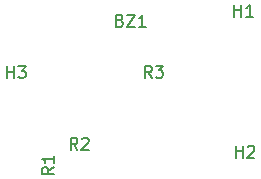
<source format=gbr>
%TF.GenerationSoftware,KiCad,Pcbnew,5.1.10*%
%TF.CreationDate,2021-07-19T16:22:53-07:00*%
%TF.ProjectId,dogbone,646f6762-6f6e-4652-9e6b-696361645f70,rev?*%
%TF.SameCoordinates,Original*%
%TF.FileFunction,Legend,Top*%
%TF.FilePolarity,Positive*%
%FSLAX46Y46*%
G04 Gerber Fmt 4.6, Leading zero omitted, Abs format (unit mm)*
G04 Created by KiCad (PCBNEW 5.1.10) date 2021-07-19 16:22:53*
%MOMM*%
%LPD*%
G01*
G04 APERTURE LIST*
%ADD10C,0.150000*%
G04 APERTURE END LIST*
%TO.C,R3*%
D10*
X58342233Y-88564980D02*
X58008900Y-88088790D01*
X57770804Y-88564980D02*
X57770804Y-87564980D01*
X58151757Y-87564980D01*
X58246995Y-87612600D01*
X58294614Y-87660219D01*
X58342233Y-87755457D01*
X58342233Y-87898314D01*
X58294614Y-87993552D01*
X58246995Y-88041171D01*
X58151757Y-88088790D01*
X57770804Y-88088790D01*
X58675566Y-87564980D02*
X59294614Y-87564980D01*
X58961280Y-87945933D01*
X59104138Y-87945933D01*
X59199376Y-87993552D01*
X59246995Y-88041171D01*
X59294614Y-88136409D01*
X59294614Y-88374504D01*
X59246995Y-88469742D01*
X59199376Y-88517361D01*
X59104138Y-88564980D01*
X58818423Y-88564980D01*
X58723185Y-88517361D01*
X58675566Y-88469742D01*
%TO.C,R2*%
X52055733Y-94660980D02*
X51722400Y-94184790D01*
X51484304Y-94660980D02*
X51484304Y-93660980D01*
X51865257Y-93660980D01*
X51960495Y-93708600D01*
X52008114Y-93756219D01*
X52055733Y-93851457D01*
X52055733Y-93994314D01*
X52008114Y-94089552D01*
X51960495Y-94137171D01*
X51865257Y-94184790D01*
X51484304Y-94184790D01*
X52436685Y-93756219D02*
X52484304Y-93708600D01*
X52579542Y-93660980D01*
X52817638Y-93660980D01*
X52912876Y-93708600D01*
X52960495Y-93756219D01*
X53008114Y-93851457D01*
X53008114Y-93946695D01*
X52960495Y-94089552D01*
X52389066Y-94660980D01*
X53008114Y-94660980D01*
%TO.C,R1*%
X50063280Y-96131266D02*
X49587090Y-96464600D01*
X50063280Y-96702695D02*
X49063280Y-96702695D01*
X49063280Y-96321742D01*
X49110900Y-96226504D01*
X49158519Y-96178885D01*
X49253757Y-96131266D01*
X49396614Y-96131266D01*
X49491852Y-96178885D01*
X49539471Y-96226504D01*
X49587090Y-96321742D01*
X49587090Y-96702695D01*
X50063280Y-95178885D02*
X50063280Y-95750314D01*
X50063280Y-95464600D02*
X49063280Y-95464600D01*
X49206138Y-95559838D01*
X49301376Y-95655076D01*
X49348995Y-95750314D01*
%TO.C,BZ1*%
X55675447Y-83715171D02*
X55818304Y-83762790D01*
X55865923Y-83810409D01*
X55913542Y-83905647D01*
X55913542Y-84048504D01*
X55865923Y-84143742D01*
X55818304Y-84191361D01*
X55723066Y-84238980D01*
X55342114Y-84238980D01*
X55342114Y-83238980D01*
X55675447Y-83238980D01*
X55770685Y-83286600D01*
X55818304Y-83334219D01*
X55865923Y-83429457D01*
X55865923Y-83524695D01*
X55818304Y-83619933D01*
X55770685Y-83667552D01*
X55675447Y-83715171D01*
X55342114Y-83715171D01*
X56246876Y-83238980D02*
X56913542Y-83238980D01*
X56246876Y-84238980D01*
X56913542Y-84238980D01*
X57818304Y-84238980D02*
X57246876Y-84238980D01*
X57532590Y-84238980D02*
X57532590Y-83238980D01*
X57437352Y-83381838D01*
X57342114Y-83477076D01*
X57246876Y-83524695D01*
%TO.C,H3*%
X46101095Y-88590380D02*
X46101095Y-87590380D01*
X46101095Y-88066571D02*
X46672523Y-88066571D01*
X46672523Y-88590380D02*
X46672523Y-87590380D01*
X47053476Y-87590380D02*
X47672523Y-87590380D01*
X47339190Y-87971333D01*
X47482047Y-87971333D01*
X47577285Y-88018952D01*
X47624904Y-88066571D01*
X47672523Y-88161809D01*
X47672523Y-88399904D01*
X47624904Y-88495142D01*
X47577285Y-88542761D01*
X47482047Y-88590380D01*
X47196333Y-88590380D01*
X47101095Y-88542761D01*
X47053476Y-88495142D01*
%TO.C,H2*%
X65468595Y-95321380D02*
X65468595Y-94321380D01*
X65468595Y-94797571D02*
X66040023Y-94797571D01*
X66040023Y-95321380D02*
X66040023Y-94321380D01*
X66468595Y-94416619D02*
X66516214Y-94369000D01*
X66611452Y-94321380D01*
X66849547Y-94321380D01*
X66944785Y-94369000D01*
X66992404Y-94416619D01*
X67040023Y-94511857D01*
X67040023Y-94607095D01*
X66992404Y-94749952D01*
X66420976Y-95321380D01*
X67040023Y-95321380D01*
%TO.C,H1*%
X65341595Y-83383380D02*
X65341595Y-82383380D01*
X65341595Y-82859571D02*
X65913023Y-82859571D01*
X65913023Y-83383380D02*
X65913023Y-82383380D01*
X66913023Y-83383380D02*
X66341595Y-83383380D01*
X66627309Y-83383380D02*
X66627309Y-82383380D01*
X66532071Y-82526238D01*
X66436833Y-82621476D01*
X66341595Y-82669095D01*
%TD*%
M02*

</source>
